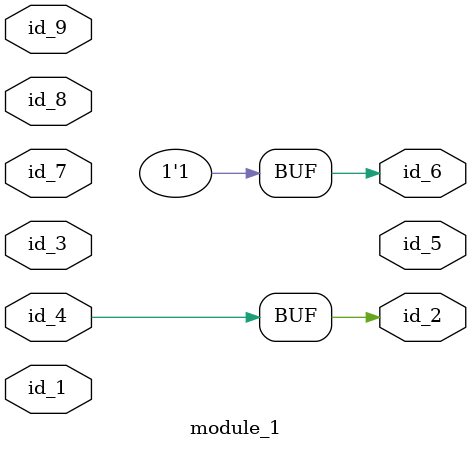
<source format=v>
module module_0 (
    id_1,
    id_2,
    id_3,
    id_4,
    id_5
);
  input wire id_5;
  input wire id_4;
  inout wire id_3;
  input wire id_2;
  input wire id_1;
  assign id_3 = -1;
  assign id_3 = id_4;
  assign id_3 = ~id_2;
endmodule
module module_1 (
    id_1,
    id_2,
    id_3,
    id_4,
    id_5,
    id_6,
    id_7,
    id_8,
    id_9
);
  input wire id_9;
  input wire id_8;
  input wire id_7;
  output wire id_6;
  output wire id_5;
  input wire id_4;
  input wire id_3;
  output wire id_2;
  input wire id_1;
  wire id_10;
  parameter id_11 = id_7;
  always id_2 = id_4;
  module_0 modCall_1 (
      id_1,
      id_3,
      id_10,
      id_9,
      id_9
  );
  wire id_12;
  always if (1'b0) id_10 = id_8;
  assign id_6 = (1);
  wire id_13;
endmodule

</source>
